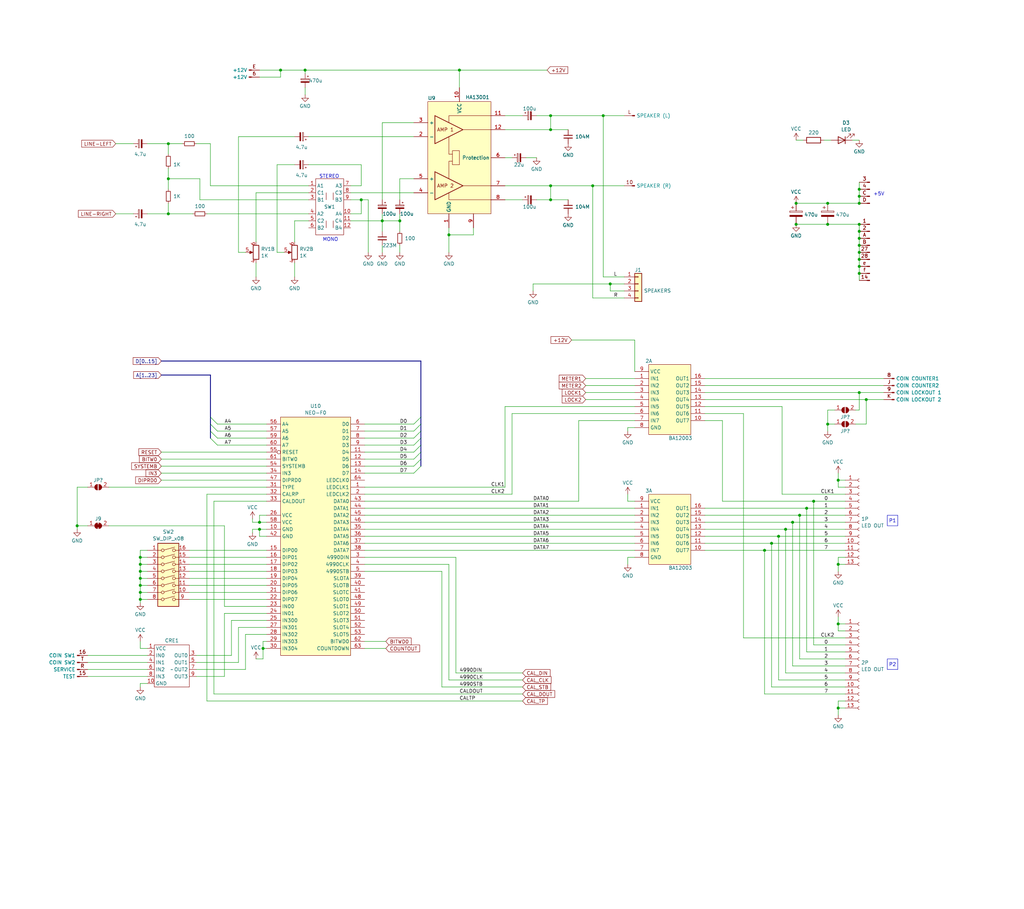
<source format=kicad_sch>
(kicad_sch (version 20230121) (generator eeschema)
  (paper "User" 370.815 329.362)
  (title_block (title "Power Amp. NEO-F0 - Dip Switch") (date "2023-08-15") (company "SNK") (comment 3 "Converted by Frater ") (comment 4 "NEO-GEO MVS MV1F") (comment 9 "https://github.com/Neo-Geo-Hardwares/Schematics-MV1F"))
  (junction (at 311.15 83.82))
  (junction (at 214.63 67.31))
  (junction (at 311.15 71.12))
  (junction (at 311.15 99.06))
  (junction (at 93.98 189.23))
  (junction (at 313.69 144.78))
  (junction (at 110.49 25.4))
  (junction (at 166.37 25.4))
  (junction (at 199.39 41.91))
  (junction (at 311.15 93.98))
  (junction (at 50.8 201.93))
  (junction (at 303.53 173.99))
  (junction (at 311.15 68.58))
  (junction (at 60.96 64.77))
  (junction (at 311.15 81.28))
  (junction (at 50.8 209.55))
  (junction (at 311.15 86.36))
  (junction (at 311.15 91.44))
  (junction (at 303.53 226.06))
  (junction (at 284.48 191.77))
  (junction (at 144.78 80.01))
  (junction (at 303.53 204.47))
  (junction (at 199.39 46.99))
  (junction (at 299.72 153.67))
  (junction (at 27.94 190.5))
  (junction (at 279.4 196.85))
  (junction (at 218.44 41.91))
  (junction (at 101.6 25.4))
  (junction (at 299.72 81.28))
  (junction (at 311.15 96.52))
  (junction (at 130.81 72.39))
  (junction (at 288.29 81.28))
  (junction (at 95.25 234.95))
  (junction (at 199.39 72.39))
  (junction (at 292.1 184.15))
  (junction (at 303.53 256.54))
  (junction (at 60.96 52.07))
  (junction (at 50.8 217.17))
  (junction (at 289.56 186.69))
  (junction (at 281.94 194.31))
  (junction (at 294.64 181.61))
  (junction (at 138.43 80.01))
  (junction (at 60.96 77.47))
  (junction (at 50.8 214.63))
  (junction (at 288.29 73.66))
  (junction (at 50.8 204.47))
  (junction (at 220.98 102.87))
  (junction (at 93.98 191.77))
  (junction (at 50.8 212.09))
  (junction (at 311.15 142.24))
  (junction (at 199.39 67.31))
  (junction (at 162.56 85.09))
  (junction (at 299.72 73.66))
  (junction (at 311.15 73.66))
  (junction (at 311.15 88.9))
  (junction (at 276.86 199.39))
  (junction (at 287.02 189.23))
  (junction (at 50.8 207.01))
  (bus_entry (at 152.4 158.75) (size -2.54 2.54))
  (bus_entry (at 76.2 158.75) (size 2.54 2.54))
  (bus_entry (at 152.4 168.91) (size -2.54 2.54))
  (bus_entry (at 152.4 163.83) (size -2.54 2.54))
  (bus_entry (at 152.4 166.37) (size -2.54 2.54))
  (bus_entry (at 152.4 156.21) (size -2.54 2.54))
  (bus_entry (at 152.4 161.29) (size -2.54 2.54))
  (bus_entry (at 152.4 153.67) (size -2.54 2.54))
  (bus_entry (at 76.2 151.13) (size 2.54 2.54))
  (bus_entry (at 76.2 153.67) (size 2.54 2.54))
  (bus_entry (at 76.2 156.21) (size 2.54 2.54))
  (bus_entry (at 152.4 151.13) (size -2.54 2.54))
  (wire (pts (xy 160.02 207.01) (xy 132.08 207.01)))
  (wire (pts (xy 276.86 199.39) (xy 306.07 199.39)))
  (wire (pts (xy 303.53 201.93) (xy 303.53 204.47)))
  (wire (pts (xy 311.15 83.82) (xy 311.15 86.36)))
  (wire (pts (xy 227.33 154.94) (xy 227.33 156.21)))
  (wire (pts (xy 303.53 254) (xy 303.53 256.54)))
  (wire (pts (xy 308.61 50.8) (xy 311.15 50.8)))
  (wire (pts (xy 166.37 25.4) (xy 198.12 25.4)))
  (wire (pts (xy 132.08 156.21) (xy 149.86 156.21)))
  (wire (pts (xy 50.8 214.63) (xy 53.34 214.63)))
  (wire (pts (xy 255.27 186.69) (xy 289.56 186.69)))
  (wire (pts (xy 255.27 191.77) (xy 284.48 191.77)))
  (wire (pts (xy 313.69 144.78) (xy 320.04 144.78)))
  (wire (pts (xy 166.37 25.4) (xy 166.37 31.75)))
  (wire (pts (xy 255.27 139.7) (xy 320.04 139.7)))
  (wire (pts (xy 281.94 194.31) (xy 306.07 194.31)))
  (wire (pts (xy 292.1 236.22) (xy 292.1 184.15)))
  (wire (pts (xy 311.15 148.59) (xy 311.15 142.24)))
  (wire (pts (xy 294.64 233.68) (xy 294.64 181.61)))
  (wire (pts (xy 220.98 102.87) (xy 193.04 102.87)))
  (wire (pts (xy 303.53 226.06) (xy 303.53 223.52)))
  (wire (pts (xy 218.44 100.33) (xy 218.44 41.91)))
  (wire (pts (xy 130.81 59.69) (xy 130.81 67.31)))
  (bus (pts (xy 152.4 161.29) (xy 152.4 163.83)))
  (wire (pts (xy 311.15 99.06) (xy 311.15 101.6)))
  (wire (pts (xy 78.74 161.29) (xy 96.52 161.29)))
  (wire (pts (xy 303.53 256.54) (xy 303.53 259.08)))
  (wire (pts (xy 255.27 147.32) (xy 283.21 147.32)))
  (wire (pts (xy 255.27 199.39) (xy 276.86 199.39)))
  (wire (pts (xy 74.93 179.07) (xy 96.52 179.07)))
  (bus (pts (xy 152.4 158.75) (xy 152.4 161.29)))
  (wire (pts (xy 81.28 245.11) (xy 81.28 222.25)))
  (wire (pts (xy 92.71 87.63) (xy 92.71 69.85)))
  (wire (pts (xy 182.88 67.31) (xy 199.39 67.31)))
  (wire (pts (xy 261.62 181.61) (xy 294.64 181.61)))
  (wire (pts (xy 189.23 243.84) (xy 165.1 243.84)))
  (wire (pts (xy 127 69.85) (xy 149.86 69.85)))
  (wire (pts (xy 132.08 153.67) (xy 149.86 153.67)))
  (wire (pts (xy 77.47 251.46) (xy 77.47 181.61)))
  (bus (pts (xy 152.4 151.13) (xy 152.4 153.67)))
  (wire (pts (xy 311.15 73.66) (xy 299.72 73.66)))
  (wire (pts (xy 41.91 77.47) (xy 48.26 77.47)))
  (wire (pts (xy 50.8 209.55) (xy 53.34 209.55)))
  (wire (pts (xy 189.23 248.92) (xy 160.02 248.92)))
  (wire (pts (xy 92.71 69.85) (xy 111.76 69.85)))
  (wire (pts (xy 283.21 147.32) (xy 283.21 179.07)))
  (bus (pts (xy 152.4 163.83) (xy 152.4 166.37)))
  (wire (pts (xy 303.53 204.47) (xy 303.53 207.01)))
  (wire (pts (xy 50.8 209.55) (xy 50.8 207.01)))
  (wire (pts (xy 182.88 176.53) (xy 132.08 176.53)))
  (wire (pts (xy 96.52 176.53) (xy 39.37 176.53)))
  (wire (pts (xy 182.88 72.39) (xy 189.23 72.39)))
  (wire (pts (xy 58.42 171.45) (xy 96.52 171.45)))
  (wire (pts (xy 50.8 204.47) (xy 53.34 204.47)))
  (wire (pts (xy 226.06 102.87) (xy 220.98 102.87)))
  (wire (pts (xy 60.96 77.47) (xy 69.85 77.47)))
  (wire (pts (xy 50.8 214.63) (xy 50.8 212.09)))
  (wire (pts (xy 74.93 77.47) (xy 111.76 77.47)))
  (wire (pts (xy 71.12 245.11) (xy 81.28 245.11)))
  (wire (pts (xy 58.42 168.91) (xy 96.52 168.91)))
  (wire (pts (xy 205.74 46.99) (xy 199.39 46.99)))
  (wire (pts (xy 226.06 67.31) (xy 214.63 67.31)))
  (wire (pts (xy 71.12 237.49) (xy 83.82 237.49)))
  (wire (pts (xy 144.78 72.39) (xy 144.78 64.77)))
  (wire (pts (xy 31.75 242.57) (xy 53.34 242.57)))
  (wire (pts (xy 53.34 234.95) (xy 50.8 234.95)))
  (wire (pts (xy 214.63 67.31) (xy 199.39 67.31)))
  (bus (pts (xy 152.4 156.21) (xy 152.4 158.75)))
  (wire (pts (xy 138.43 72.39) (xy 138.43 44.45)))
  (bus (pts (xy 152.4 130.81) (xy 152.4 151.13)))
  (wire (pts (xy 303.53 204.47) (xy 306.07 204.47)))
  (wire (pts (xy 132.08 199.39) (xy 229.87 199.39)))
  (wire (pts (xy 185.42 149.86) (xy 229.87 149.86)))
  (wire (pts (xy 68.58 209.55) (xy 96.52 209.55)))
  (wire (pts (xy 162.56 85.09) (xy 162.56 91.44)))
  (wire (pts (xy 50.8 218.44) (xy 50.8 217.17)))
  (wire (pts (xy 209.55 152.4) (xy 229.87 152.4)))
  (wire (pts (xy 111.76 49.53) (xy 149.86 49.53)))
  (wire (pts (xy 311.15 71.12) (xy 311.15 73.66)))
  (wire (pts (xy 193.04 102.87) (xy 193.04 105.41)))
  (wire (pts (xy 199.39 67.31) (xy 199.39 72.39)))
  (wire (pts (xy 205.74 72.39) (xy 199.39 72.39)))
  (wire (pts (xy 269.24 231.14) (xy 306.07 231.14)))
  (wire (pts (xy 309.88 148.59) (xy 311.15 148.59)))
  (wire (pts (xy 58.42 163.83) (xy 96.52 163.83)))
  (wire (pts (xy 93.98 25.4) (xy 101.6 25.4)))
  (bus (pts (xy 58.42 130.81) (xy 152.4 130.81)))
  (wire (pts (xy 283.21 179.07) (xy 306.07 179.07)))
  (wire (pts (xy 132.08 186.69) (xy 229.87 186.69)))
  (wire (pts (xy 299.72 153.67) (xy 299.72 156.21)))
  (wire (pts (xy 132.08 184.15) (xy 229.87 184.15)))
  (wire (pts (xy 229.87 123.19) (xy 229.87 134.62)))
  (wire (pts (xy 299.72 148.59) (xy 299.72 153.67)))
  (wire (pts (xy 311.15 81.28) (xy 311.15 83.82)))
  (wire (pts (xy 96.52 189.23) (xy 93.98 189.23)))
  (wire (pts (xy 132.08 189.23) (xy 229.87 189.23)))
  (wire (pts (xy 171.45 82.55) (xy 171.45 85.09)))
  (wire (pts (xy 199.39 41.91) (xy 218.44 41.91)))
  (wire (pts (xy 299.72 81.28) (xy 311.15 81.28)))
  (wire (pts (xy 214.63 107.95) (xy 214.63 67.31)))
  (wire (pts (xy 110.49 25.4) (xy 166.37 25.4)))
  (wire (pts (xy 93.98 189.23) (xy 91.44 189.23)))
  (wire (pts (xy 74.93 254) (xy 74.93 179.07)))
  (wire (pts (xy 127 80.01) (xy 138.43 80.01)))
  (wire (pts (xy 83.82 224.79) (xy 96.52 224.79)))
  (wire (pts (xy 218.44 41.91) (xy 226.06 41.91)))
  (wire (pts (xy 93.98 194.31) (xy 93.98 191.77)))
  (wire (pts (xy 78.74 153.67) (xy 96.52 153.67)))
  (wire (pts (xy 78.74 156.21) (xy 96.52 156.21)))
  (wire (pts (xy 72.39 72.39) (xy 72.39 64.77)))
  (wire (pts (xy 58.42 173.99) (xy 96.52 173.99)))
  (wire (pts (xy 96.52 191.77) (xy 93.98 191.77)))
  (wire (pts (xy 68.58 217.17) (xy 96.52 217.17)))
  (wire (pts (xy 106.68 87.63) (xy 106.68 80.01)))
  (wire (pts (xy 165.1 243.84) (xy 165.1 201.93)))
  (wire (pts (xy 306.07 233.68) (xy 294.64 233.68)))
  (wire (pts (xy 171.45 85.09) (xy 162.56 85.09)))
  (wire (pts (xy 207.01 123.19) (xy 229.87 123.19)))
  (wire (pts (xy 182.88 41.91) (xy 189.23 41.91)))
  (wire (pts (xy 58.42 166.37) (xy 96.52 166.37)))
  (wire (pts (xy 292.1 184.15) (xy 306.07 184.15)))
  (wire (pts (xy 311.15 68.58) (xy 311.15 71.12)))
  (wire (pts (xy 71.12 52.07) (xy 76.2 52.07)))
  (wire (pts (xy 106.68 80.01) (xy 111.76 80.01)))
  (wire (pts (xy 132.08 158.75) (xy 149.86 158.75)))
  (wire (pts (xy 93.98 186.69) (xy 93.98 189.23)))
  (wire (pts (xy 189.23 254) (xy 74.93 254)))
  (wire (pts (xy 60.96 64.77) (xy 60.96 68.58)))
  (wire (pts (xy 298.45 50.8) (xy 300.99 50.8)))
  (wire (pts (xy 284.48 243.84) (xy 284.48 191.77)))
  (wire (pts (xy 50.8 217.17) (xy 50.8 214.63)))
  (wire (pts (xy 50.8 234.95) (xy 50.8 232.41)))
  (wire (pts (xy 132.08 166.37) (xy 149.86 166.37)))
  (wire (pts (xy 68.58 199.39) (xy 96.52 199.39)))
  (wire (pts (xy 96.52 232.41) (xy 95.25 232.41)))
  (wire (pts (xy 311.15 88.9) (xy 311.15 91.44)))
  (wire (pts (xy 199.39 41.91) (xy 194.31 41.91)))
  (wire (pts (xy 199.39 72.39) (xy 194.31 72.39)))
  (wire (pts (xy 138.43 44.45) (xy 149.86 44.45)))
  (wire (pts (xy 78.74 158.75) (xy 96.52 158.75)))
  (wire (pts (xy 287.02 241.3) (xy 287.02 189.23)))
  (wire (pts (xy 39.37 190.5) (xy 81.28 190.5)))
  (wire (pts (xy 255.27 194.31) (xy 281.94 194.31)))
  (wire (pts (xy 189.23 251.46) (xy 77.47 251.46)))
  (wire (pts (xy 144.78 77.47) (xy 144.78 80.01)))
  (wire (pts (xy 27.94 190.5) (xy 31.75 190.5)))
  (wire (pts (xy 144.78 88.9) (xy 144.78 91.44)))
  (wire (pts (xy 189.23 246.38) (xy 162.56 246.38)))
  (wire (pts (xy 303.53 228.6) (xy 303.53 226.06)))
  (wire (pts (xy 50.8 207.01) (xy 50.8 204.47)))
  (wire (pts (xy 60.96 52.07) (xy 66.04 52.07)))
  (wire (pts (xy 68.58 214.63) (xy 96.52 214.63)))
  (wire (pts (xy 132.08 232.41) (xy 139.7 232.41)))
  (wire (pts (xy 68.58 207.01) (xy 96.52 207.01)))
  (wire (pts (xy 102.87 91.44) (xy 100.33 91.44)))
  (wire (pts (xy 227.33 179.07) (xy 227.33 181.61)))
  (wire (pts (xy 212.09 137.16) (xy 229.87 137.16)))
  (wire (pts (xy 160.02 248.92) (xy 160.02 207.01)))
  (wire (pts (xy 68.58 201.93) (xy 96.52 201.93)))
  (wire (pts (xy 311.15 91.44) (xy 311.15 93.98)))
  (wire (pts (xy 31.75 245.11) (xy 53.34 245.11)))
  (wire (pts (xy 76.2 52.07) (xy 76.2 67.31)))
  (wire (pts (xy 100.33 91.44) (xy 100.33 59.69)))
  (wire (pts (xy 41.91 52.07) (xy 48.26 52.07)))
  (wire (pts (xy 306.07 248.92) (xy 279.4 248.92)))
  (wire (pts (xy 110.49 25.4) (xy 110.49 26.67)))
  (wire (pts (xy 255.27 189.23) (xy 287.02 189.23)))
  (wire (pts (xy 127 72.39) (xy 130.81 72.39)))
  (wire (pts (xy 190.5 57.15) (xy 194.31 57.15)))
  (wire (pts (xy 53.34 247.65) (xy 50.8 247.65)))
  (wire (pts (xy 110.49 31.75) (xy 110.49 34.29)))
  (wire (pts (xy 88.9 242.57) (xy 88.9 229.87)))
  (wire (pts (xy 76.2 67.31) (xy 111.76 67.31)))
  (wire (pts (xy 86.36 91.44) (xy 86.36 49.53)))
  (wire (pts (xy 255.27 137.16) (xy 320.04 137.16)))
  (bus (pts (xy 76.2 151.13) (xy 76.2 153.67)))
  (wire (pts (xy 309.88 153.67) (xy 313.69 153.67)))
  (wire (pts (xy 303.53 226.06) (xy 306.07 226.06)))
  (wire (pts (xy 95.25 234.95) (xy 95.25 238.76)))
  (wire (pts (xy 91.44 191.77) (xy 91.44 193.04)))
  (wire (pts (xy 100.33 59.69) (xy 106.68 59.69)))
  (wire (pts (xy 182.88 147.32) (xy 229.87 147.32)))
  (wire (pts (xy 306.07 241.3) (xy 287.02 241.3)))
  (wire (pts (xy 77.47 181.61) (xy 96.52 181.61)))
  (wire (pts (xy 91.44 189.23) (xy 91.44 187.96)))
  (wire (pts (xy 212.09 144.78) (xy 229.87 144.78)))
  (wire (pts (xy 303.53 173.99) (xy 306.07 173.99)))
  (wire (pts (xy 288.29 50.8) (xy 290.83 50.8)))
  (bus (pts (xy 152.4 153.67) (xy 152.4 156.21)))
  (wire (pts (xy 132.08 196.85) (xy 229.87 196.85)))
  (wire (pts (xy 144.78 64.77) (xy 149.86 64.77)))
  (wire (pts (xy 185.42 179.07) (xy 132.08 179.07)))
  (wire (pts (xy 287.02 189.23) (xy 306.07 189.23)))
  (wire (pts (xy 138.43 88.9) (xy 138.43 91.44)))
  (wire (pts (xy 60.96 60.96) (xy 60.96 64.77)))
  (wire (pts (xy 50.8 201.93) (xy 50.8 199.39)))
  (wire (pts (xy 138.43 77.47) (xy 138.43 80.01)))
  (wire (pts (xy 306.07 243.84) (xy 284.48 243.84)))
  (wire (pts (xy 86.36 49.53) (xy 106.68 49.53)))
  (wire (pts (xy 311.15 86.36) (xy 311.15 88.9)))
  (wire (pts (xy 311.15 142.24) (xy 320.04 142.24)))
  (wire (pts (xy 96.52 186.69) (xy 93.98 186.69)))
  (wire (pts (xy 88.9 229.87) (xy 96.52 229.87)))
  (wire (pts (xy 255.27 149.86) (xy 269.24 149.86)))
  (bus (pts (xy 76.2 153.67) (xy 76.2 156.21)))
  (wire (pts (xy 279.4 248.92) (xy 279.4 196.85)))
  (wire (pts (xy 212.09 139.7) (xy 229.87 139.7)))
  (wire (pts (xy 227.33 181.61) (xy 229.87 181.61)))
  (wire (pts (xy 68.58 204.47) (xy 96.52 204.47)))
  (wire (pts (xy 31.75 237.49) (xy 53.34 237.49)))
  (wire (pts (xy 311.15 96.52) (xy 311.15 99.06)))
  (wire (pts (xy 132.08 171.45) (xy 149.86 171.45)))
  (wire (pts (xy 71.12 240.03) (xy 86.36 240.03)))
  (wire (pts (xy 138.43 80.01) (xy 138.43 83.82)))
  (wire (pts (xy 130.81 72.39) (xy 133.35 72.39)))
  (wire (pts (xy 165.1 201.93) (xy 132.08 201.93)))
  (wire (pts (xy 276.86 251.46) (xy 276.86 199.39)))
  (wire (pts (xy 81.28 190.5) (xy 81.28 219.71)))
  (wire (pts (xy 255.27 142.24) (xy 311.15 142.24)))
  (wire (pts (xy 311.15 66.04) (xy 311.15 68.58)))
  (wire (pts (xy 93.98 27.94) (xy 101.6 27.94)))
  (wire (pts (xy 229.87 154.94) (xy 227.33 154.94)))
  (wire (pts (xy 199.39 46.99) (xy 199.39 41.91)))
  (wire (pts (xy 226.06 105.41) (xy 220.98 105.41)))
  (bus (pts (xy 76.2 135.89) (xy 76.2 151.13)))
  (wire (pts (xy 182.88 147.32) (xy 182.88 176.53)))
  (wire (pts (xy 83.82 237.49) (xy 83.82 224.79)))
  (wire (pts (xy 53.34 77.47) (xy 60.96 77.47)))
  (wire (pts (xy 261.62 152.4) (xy 261.62 181.61)))
  (wire (pts (xy 281.94 246.38) (xy 281.94 194.31)))
  (wire (pts (xy 269.24 149.86) (xy 269.24 231.14)))
  (wire (pts (xy 303.53 176.53) (xy 303.53 173.99)))
  (wire (pts (xy 127 77.47) (xy 130.81 77.47)))
  (wire (pts (xy 60.96 52.07) (xy 60.96 55.88)))
  (wire (pts (xy 144.78 80.01) (xy 138.43 80.01)))
  (wire (pts (xy 162.56 246.38) (xy 162.56 204.47)))
  (wire (pts (xy 86.36 227.33) (xy 96.52 227.33)))
  (wire (pts (xy 50.8 204.47) (xy 50.8 201.93)))
  (wire (pts (xy 306.07 236.22) (xy 292.1 236.22)))
  (wire (pts (xy 294.64 181.61) (xy 306.07 181.61)))
  (wire (pts (xy 311.15 93.98) (xy 311.15 96.52)))
  (wire (pts (xy 220.98 105.41) (xy 220.98 102.87)))
  (wire (pts (xy 289.56 186.69) (xy 306.07 186.69)))
  (wire (pts (xy 162.56 204.47) (xy 132.08 204.47)))
  (wire (pts (xy 306.07 254) (xy 303.53 254)))
  (wire (pts (xy 50.8 212.09) (xy 50.8 209.55)))
  (wire (pts (xy 133.35 72.39) (xy 133.35 91.44)))
  (wire (pts (xy 130.81 67.31) (xy 127 67.31)))
  (wire (pts (xy 209.55 152.4) (xy 209.55 181.61)))
  (bus (pts (xy 58.42 135.89) (xy 76.2 135.89)))
  (wire (pts (xy 255.27 152.4) (xy 261.62 152.4)))
  (wire (pts (xy 86.36 240.03) (xy 86.36 227.33)))
  (wire (pts (xy 72.39 64.77) (xy 60.96 64.77)))
  (wire (pts (xy 255.27 144.78) (xy 313.69 144.78)))
  (wire (pts (xy 95.25 238.76) (xy 92.71 238.76)))
  (wire (pts (xy 50.8 201.93) (xy 53.34 201.93)))
  (wire (pts (xy 306.07 176.53) (xy 303.53 176.53)))
  (wire (pts (xy 306.07 251.46) (xy 276.86 251.46)))
  (wire (pts (xy 288.29 73.66) (xy 299.72 73.66)))
  (wire (pts (xy 53.34 52.07) (xy 60.96 52.07)))
  (wire (pts (xy 288.29 81.28) (xy 299.72 81.28)))
  (wire (pts (xy 27.94 176.53) (xy 31.75 176.53)))
  (wire (pts (xy 92.71 95.25) (xy 92.71 100.33)))
  (wire (pts (xy 71.12 242.57) (xy 88.9 242.57)))
  (wire (pts (xy 50.8 212.09) (xy 53.34 212.09)))
  (wire (pts (xy 303.53 256.54) (xy 306.07 256.54)))
  (wire (pts (xy 227.33 201.93) (xy 227.33 204.47)))
  (wire (pts (xy 132.08 181.61) (xy 209.55 181.61)))
  (wire (pts (xy 303.53 173.99) (xy 303.53 171.45)))
  (wire (pts (xy 255.27 184.15) (xy 292.1 184.15)))
  (wire (pts (xy 182.88 46.99) (xy 199.39 46.99)))
  (wire (pts (xy 93.98 191.77) (xy 91.44 191.77)))
  (wire (pts (xy 306.07 246.38) (xy 281.94 246.38)))
  (wire (pts (xy 101.6 25.4) (xy 110.49 25.4)))
  (wire (pts (xy 95.25 234.95) (xy 96.52 234.95)))
  (wire (pts (xy 50.8 217.17) (xy 53.34 217.17)))
  (wire (pts (xy 50.8 207.01) (xy 53.34 207.01)))
  (wire (pts (xy 132.08 168.91) (xy 149.86 168.91)))
  (wire (pts (xy 284.48 191.77) (xy 306.07 191.77)))
  (wire (pts (xy 132.08 161.29) (xy 149.86 161.29)))
  (wire (pts (xy 132.08 191.77) (xy 229.87 191.77)))
  (wire (pts (xy 279.4 196.85) (xy 306.07 196.85)))
  (wire (pts (xy 68.58 212.09) (xy 96.52 212.09)))
  (wire (pts (xy 306.07 238.76) (xy 289.56 238.76)))
  (wire (pts (xy 50.8 247.65) (xy 50.8 248.92)))
  (wire (pts (xy 299.72 153.67) (xy 302.26 153.67)))
  (wire (pts (xy 185.42 149.86) (xy 185.42 179.07)))
  (wire (pts (xy 289.56 238.76) (xy 289.56 186.69)))
  (wire (pts (xy 144.78 80.01) (xy 144.78 83.82)))
  (wire (pts (xy 212.09 142.24) (xy 229.87 142.24)))
  (wire (pts (xy 132.08 163.83) (xy 149.86 163.83)))
  (wire (pts (xy 81.28 219.71) (xy 96.52 219.71)))
  (wire (pts (xy 162.56 85.09) (xy 162.56 82.55)))
  (wire (pts (xy 255.27 196.85) (xy 279.4 196.85)))
  (wire (pts (xy 306.07 228.6) (xy 303.53 228.6)))
  (wire (pts (xy 226.06 100.33) (xy 218.44 100.33)))
  (wire (pts (xy 132.08 194.31) (xy 229.87 194.31)))
  (bus (pts (xy 76.2 156.21) (xy 76.2 158.75)))
  (wire (pts (xy 27.94 190.5) (xy 27.94 176.53)))
  (bus (pts (xy 152.4 166.37) (xy 152.4 168.91)))
  (wire (pts (xy 229.87 201.93) (xy 227.33 201.93)))
  (wire (pts (xy 111.76 59.69) (xy 130.81 59.69)))
  (wire (pts (xy 226.06 107.95) (xy 214.63 107.95)))
  (wire (pts (xy 132.08 234.95) (xy 139.7 234.95)))
  (wire (pts (xy 27.94 190.5) (xy 27.94 191.77)))
  (wire (pts (xy 50.8 199.39) (xy 53.34 199.39)))
  (wire (pts (xy 306.07 201.93) (xy 303.53 201.93)))
  (wire (pts (xy 182.88 57.15) (xy 185.42 57.15)))
  (wire (pts (xy 60.96 73.66) (xy 60.96 77.47)))
  (wire (pts (xy 106.68 95.25) (xy 106.68 100.33)))
  (wire (pts (xy 95.25 232.41) (xy 95.25 234.95)))
  (wire (pts (xy 88.9 91.44) (xy 86.36 91.44)))
  (wire (pts (xy 302.26 148.59) (xy 299.72 148.59)))
  (wire (pts (xy 96.52 194.31) (xy 93.98 194.31)))
  (wire (pts (xy 81.28 222.25) (xy 96.52 222.25)))
  (wire (pts (xy 313.69 153.67) (xy 313.69 144.78)))
  (wire (pts (xy 101.6 27.94) (xy 101.6 25.4)))
  (wire (pts (xy 31.75 240.03) (xy 53.34 240.03)))
  (wire (pts (xy 130.81 77.47) (xy 130.81 72.39)))
  (wire (pts (xy 72.39 72.39) (xy 111.76 72.39)))
  (text_box "P2\n" (at 321.31 238.76 0) (size 3.81 3.81) (effects (font (size 1.27 1.27))))
  (text_box "P1\n" (at 321.31 186.69 0) (size 3.81 3.81) (effects (font (size 1.27 1.27))))
  (text "+5V" (at 316.23 71.12 0) (effects (font (size 1.27 1.27)) (justify left bottom)))
  (text "STEREO" (at 115.57 64.77 0) (effects (font (size 1.27 1.27)) (justify left bottom)))
  (text "MONO" (at 116.84 87.63 0) (effects (font (size 1.27 1.27)) (justify left bottom)))
  (label "D3" (at 144.78 161.29 0))
  (label "L" (at 222.25 100.33 0))
  (label "DATA7" (at 193.04 199.39 0))
  (label "4990CLK" (at 166.37 246.38 0))
  (label "3" (at 298.45 241.3 0))
  (label "D0" (at 144.78 153.67 0))
  (label "D7" (at 144.78 171.45 0))
  (label "CALTP" (at 166.37 254 0))
  (label "CLK2" (at 297.18 231.14 0))
  (label "D5" (at 144.78 166.37 0))
  (label "DATA5" (at 193.04 194.31 0))
  (label "4" (at 298.45 243.84 0))
  (label "2" (at 298.45 186.69 0))
  (label "0" (at 298.45 233.68 0))
  (label "0" (at 298.45 181.61 0))
  (label "CLK2" (at 177.8 179.07 0))
  (label "5" (at 298.45 246.38 0))
  (label "7" (at 298.45 251.46 0))
  (label "4990STB" (at 166.37 248.92 0))
  (label "A6" (at 81.28 158.75 0))
  (label "7" (at 298.45 199.39 0))
  (label "DATA1" (at 193.04 184.15 0))
  (label "CLK1" (at 297.18 179.07 0))
  (label "4990DIN" (at 166.37 243.84 0))
  (label "D2" (at 144.78 158.75 0))
  (label "6" (at 298.45 196.85 0))
  (label "6" (at 298.45 248.92 0))
  (label "4" (at 298.45 191.77 0))
  (label "5" (at 298.45 194.31 0))
  (label "A4" (at 81.28 153.67 0))
  (label "D1" (at 144.78 156.21 0))
  (label "DATA4" (at 193.04 191.77 0))
  (label "1" (at 298.45 236.22 0))
  (label "DATA6" (at 193.04 196.85 0))
  (label "2" (at 298.45 238.76 0))
  (label "DATA3" (at 193.04 189.23 0))
  (label "D6" (at 144.78 168.91 0))
  (label "DATA2" (at 193.04 186.69 0))
  (label "3" (at 298.45 189.23 0))
  (label "CLK1" (at 177.8 176.53 0))
  (label "CALDOUT" (at 166.37 251.46 0))
  (label "A5" (at 81.28 156.21 0))
  (label "DATA0" (at 193.04 181.61 0))
  (label "D4" (at 144.78 163.83 0))
  (label "R" (at 222.25 107.95 0))
  (label "A7" (at 81.28 161.29 0))
  (label "1" (at 298.45 184.15 0))
  (global_label "METER2" (shape input) (at 212.09 139.7 180) (property "Intersheetrefs" "${INTERSHEET_REFS}" (at 201.9083 139.7 0) (effects (justify right))))
  (global_label "CAL_DOUT" (shape input) (at 189.23 251.46 0) (property "Intersheetrefs" "${INTERSHEET_REFS}" (at 201.4681 251.46 0) (effects (justify left))))
  (global_label "RESET" (shape input) (at 58.42 163.83 180) (property "Intersheetrefs" "${INTERSHEET_REFS}" (at 49.6897 163.83 0) (effects (justify right))))
  (global_label "SYSTEMB" (shape input) (at 58.42 168.91 180) (property "Intersheetrefs" "${INTERSHEET_REFS}" (at 47.2101 168.91 0) (effects (justify right))))
  (global_label "D[0..15]" (shape input) (at 58.42 130.81 180) (property "Intersheetrefs" "${INTERSHEET_REFS}" (at 47.6333 130.81 0) (effects (justify right))))
  (global_label "LINE-LEFT" (shape input) (at 41.91 52.07 180) (property "Intersheetrefs" "${INTERSHEET_REFS}" (at 29.0067 52.07 0) (effects (justify right))))
  (global_label "+12V" (shape input) (at 207.01 123.19 180) (property "Intersheetrefs" "${INTERSHEET_REFS}" (at 198.9448 123.19 0) (effects (justify right))))
  (global_label "CAL_CLK" (shape input) (at 189.23 246.38 0) (property "Intersheetrefs" "${INTERSHEET_REFS}" (at 200.1376 246.38 0) (effects (justify left))))
  (global_label "CAL_STB" (shape input) (at 189.23 248.92 0) (property "Intersheetrefs" "${INTERSHEET_REFS}" (at 200.0166 248.92 0) (effects (justify left))))
  (global_label "LINE-RIGHT" (shape input) (at 41.91 77.47 180) (property "Intersheetrefs" "${INTERSHEET_REFS}" (at 27.7971 77.47 0) (effects (justify right))))
  (global_label "A[1..23]" (shape input) (at 58.42 135.89 180) (property "Intersheetrefs" "${INTERSHEET_REFS}" (at 47.8147 135.89 0) (effects (justify right))))
  (global_label "CAL_DIN" (shape input) (at 189.23 243.84 0) (property "Intersheetrefs" "${INTERSHEET_REFS}" (at 199.7748 243.84 0) (effects (justify left))))
  (global_label "CAL_TP" (shape input) (at 189.23 254 0) (property "Intersheetrefs" "${INTERSHEET_REFS}" (at 198.8071 254 0) (effects (justify left))))
  (global_label "BITWD0" (shape input) (at 139.7 232.41 0) (property "Intersheetrefs" "${INTERSHEET_REFS}" (at 149.4585 232.41 0) (effects (justify left))))
  (global_label "METER1" (shape input) (at 212.09 137.16 180) (property "Intersheetrefs" "${INTERSHEET_REFS}" (at 201.9083 137.16 0) (effects (justify right))))
  (global_label "COUNTOUT" (shape input) (at 139.7 234.95 0) (property "Intersheetrefs" "${INTERSHEET_REFS}" (at 152.5429 234.95 0) (effects (justify left))))
  (global_label "LOCK1" (shape input) (at 212.09 142.24 180) (property "Intersheetrefs" "${INTERSHEET_REFS}" (at 202.9967 142.24 0) (effects (justify right))))
  (global_label "LOCK2" (shape input) (at 212.09 144.78 180) (property "Intersheetrefs" "${INTERSHEET_REFS}" (at 202.9967 144.78 0) (effects (justify right))))
  (global_label "BITW0" (shape input) (at 58.42 166.37 180) (property "Intersheetrefs" "${INTERSHEET_REFS}" (at 49.9315 166.37 0) (effects (justify right))))
  (global_label "+12V" (shape input) (at 198.12 25.4 0) (property "Intersheetrefs" "${INTERSHEET_REFS}" (at 206.1852 25.4 0) (effects (justify left))))
  (global_label "IN3" (shape input) (at 58.42 171.45 180) (property "Intersheetrefs" "${INTERSHEET_REFS}" (at 52.29 171.45 0) (effects (justify right))))
  (global_label "DIPRD0" (shape input) (at 58.42 173.99 180) (property "Intersheetrefs" "${INTERSHEET_REFS}" (at 48.5405 173.99 0) (effects (justify right))))
  (symbol (lib_id "0-Custom-SNK:JAMMA_PAD") (at 226.06 41.91 0) (unit 1)
    (property "Reference" "JAMMA16" (effects hide))
    (property "JAMMA_PIN" "L" (at 227.965 40.64 0))
    (property "JAMMA_DESC" "SPEAKER (L)" (at 230.505 41.91 0) (effects (justify left)))
  )
  (symbol (lib_id "0-Custom-SNK:JAMMA_PAD") (at 31.75 242.57 0) (mirror y) (unit 1)
    (property "Reference" "JAMMA14" (effects hide))
    (property "JAMMA_PIN" "R" (at 29.845 241.3 0))
    (property "JAMMA_DESC" "SERVICE" (at 27.305 242.57 0) (effects (justify left)))
  )
  (symbol (lib_id "Connector:Conn_01x13_Socket") (at 311.15 189.23 0) (unit 1)
    (property "Reference" "1P" (at 311.8612 188.0179 0) (effects (justify left)))
    (property "Value" "LED OUT" (at 311.8612 190.4421 0) (effects (justify left)))
  )
  (symbol (lib_id "power:GND") (at 91.44 193.04 0) (unit 1)
    (property "Reference" "#PWR0120" (effects hide))
    (property "Value" "GND" (at 91.44 197.1731 0))
  )
  (symbol (lib_id "0-Custom-SNK:JAMMA_PAD") (at 93.98 27.94 0) (mirror y) (unit 1)
    (property "Reference" "JAMMA9" (effects hide))
    (property "JAMMA_PIN" "6" (at 92.075 26.67 0))
    (property "JAMMA_DESC" "+12V" (at 89.535 27.94 0) (effects (justify left)))
  )
  (symbol (lib_id "Device:C_Polarized_Small") (at 191.77 41.91 90) (mirror x) (unit 1)
    (property "Reference" "C43" (effects hide))
    (property "Value" "100u" (at 191.77 39.37 90))
  )
  (symbol (lib_id "0-Custom-SNK:JAMMA_PAD") (at 311.15 101.6 0) (unit 1)
    (property "Reference" "JAMMA25" (effects hide))
    (property "JAMMA_PIN" "14" (at 313.055 100.33 0))
    (property "JAMMA_DESC" "GND" (effects hide))
  )
  (symbol (lib_id "power:GND") (at 133.35 91.44 0) (unit 1)
    (property "Reference" "#PWR0110" (effects hide))
    (property "Value" "GND" (at 133.35 95.5731 0))
  )
  (symbol (lib_id "0-Custom-SNK:JAMMA_PAD") (at 31.75 240.03 0) (mirror y) (unit 1)
    (property "Reference" "JAMMA13" (effects hide))
    (property "JAMMA_PIN" "T" (at 29.845 238.76 0))
    (property "JAMMA_DESC" "COIN SW2" (at 27.305 240.03 0) (effects (justify left)))
  )
  (symbol (lib_id "Device:R_Small") (at 60.96 58.42 0) (unit 1)
    (property "Reference" "R41" (effects hide))
    (property "Value" "1K" (at 62.738 59.6321 0) (effects (justify left)))
  )
  (symbol (lib_id "Device:R") (at 294.64 50.8 270) (unit 1)
    (property "Reference" "R46" (effects hide))
    (property "Value" "220" (at 294.64 48.0639 90))
  )
  (symbol (lib_id "0-Custom-SNK:JAMMA_PAD") (at 311.15 73.66 0) (unit 1)
    (property "Reference" "JAMMA21" (effects hide))
    (property "JAMMA_PIN" "D" (at 313.055 72.39 0))
    (property "JAMMA_DESC" "+5V" (effects hide))
  )
  (symbol (lib_id "power:GND") (at 144.78 91.44 0) (unit 1)
    (property "Reference" "#PWR0113" (effects hide))
    (property "Value" "GND" (at 144.78 95.5731 0))
  )
  (symbol (lib_id "0-Custom-SNK:JAMMA_PAD") (at 226.06 67.31 0) (unit 1)
    (property "Reference" "JAMMA8" (effects hide))
    (property "JAMMA_PIN" "10" (at 227.965 66.04 0))
    (property "JAMMA_DESC" "SPEAKER (R)" (at 230.505 67.31 0) (effects (justify left)))
  )
  (symbol (lib_id "Device:C_Polarized_Small") (at 50.8 77.47 90) (unit 1)
    (property "Reference" "C35" (effects hide))
    (property "Value" "4.7u" (at 50.8 81.28 90))
  )
  (symbol (lib_id "Device:R_Small") (at 60.96 71.12 180) (unit 1)
    (property "Reference" "R43" (effects hide))
    (property "Value" "1K" (at 62.738 71.12 0) (effects (justify right)))
  )
  (symbol (lib_id "power:GND") (at 106.68 100.33 0) (unit 1)
    (property "Reference" "#PWR0109" (effects hide))
    (property "Value" "GND" (at 106.68 104.4631 0))
  )
  (symbol (lib_id "0-Custom-SNK:JAMMA_PAD") (at 311.15 86.36 0) (unit 1)
    (property "Reference" "JAMMA26" (effects hide))
    (property "JAMMA_PIN" "A" (at 313.055 85.09 0))
    (property "JAMMA_DESC" "GND" (effects hide))
  )
  (symbol (lib_id "Device:C_Polarized_Small") (at 110.49 29.21 0) (mirror y) (unit 1)
    (property "Reference" "C41" (effects hide))
    (property "Value" "470u" (at 114.3 29.21 0))
  )
  (symbol (lib_id "0-Custom-SNK:JAMMA_PAD") (at 320.04 144.78 0) (unit 1)
    (property "Reference" "JAMMA17" (effects hide))
    (property "JAMMA_PIN" "K" (at 321.945 143.51 0))
    (property "JAMMA_DESC" "COIN LOCKOUT 2" (at 324.485 144.78 0) (effects (justify left)))
  )
  (symbol (lib_id "Device:C_Polarized_Small") (at 109.22 49.53 270) (mirror x) (unit 1)
    (property "Reference" "C37" (effects hide))
    (property "Value" "4.7u" (at 109.22 53.34 90))
  )
  (symbol (lib_id "0-Custom-SNK:NEO-F0") (at 114.3 194.31 0) (unit 1)
    (property "Reference" "U10" (at 114.3 147.1127 0))
    (property "Value" "NEO-F0" (at 114.3 149.5369 0))
  )
  (symbol (lib_id "0-Custom-SNK:JAMMA_PAD") (at 311.15 83.82 0) (unit 1)
    (property "Reference" "JAMMA23" (effects hide))
    (property "JAMMA_PIN" "2" (at 313.055 82.55 0))
    (property "JAMMA_DESC" "GND" (effects hide))
  )
  (symbol (lib_name "JAMMA_PAD_1") (lib_id "0-Custom-SNK:JAMMA_PAD") (at 320.04 137.16 0) (unit 1)
    (property "Reference" "JAMMA11" (effects hide))
    (property "JAMMA_PIN" "8" (at 321.945 135.89 0))
    (property "JAMMA_DESC" "COIN COUNTER1" (at 324.485 137.16 0) (effects (justify left)))
  )
  (symbol (lib_id "power:GND") (at 311.15 50.8 0) (unit 1)
    (property "Reference" "#PWR0136" (effects hide))
    (property "Value" "GND" (at 311.15 54.9331 0))
  )
  (symbol (lib_id "power:GND") (at 205.74 52.07 0) (unit 1)
    (property "Reference" "#PWR0115" (effects hide))
    (property "Value" "GND" (at 205.74 56.2031 0))
  )
  (symbol (lib_id "power:GND") (at 194.31 57.15 0) (unit 1)
    (property "Reference" "#PWR0117" (effects hide))
    (property "Value" "GND" (at 194.31 61.2831 0))
  )
  (symbol (lib_id "power:VCC") (at 227.33 179.07 0) (unit 1)
    (property "Reference" "#PWR0128" (effects hide))
    (property "Value" "VCC" (at 227.33 174.9369 0))
  )
  (symbol (lib_id "Jumper:SolderJumper_2_Open") (at 306.07 148.59 0) (unit 1)
    (property "Reference" "JP?" (at 306.07 151.13 0))
    (instances (project "MVS" (path "" (reference "JP?") (unit 1)) (path "" (reference "JP2") (unit 1)) (path "" (reference "JP7") (unit 1))))
  )
  (symbol (lib_id "Device:C_Polarized_Small") (at 144.78 74.93 0) (mirror y) (unit 1)
    (property "Reference" "C39" (effects hide))
    (property "Value" "100u" (at 147.32 77.47 0))
  )
  (symbol (lib_id "0-Custom-SNK:JAMMA_PAD") (at 320.04 142.24 0) (unit 1)
    (property "Reference" "JAMMA7" (effects hide))
    (property "JAMMA_PIN" "9" (at 321.945 140.97 0))
    (property "JAMMA_DESC" "COIN LOCKOUT 1" (at 324.485 142.24 0) (effects (justify left)))
  )
  (symbol (lib_id "power:GND") (at 193.04 105.41 0) (unit 1)
    (property "Reference" "#PWR0118" (effects hide))
    (property "Value" "GND" (at 193.04 109.5431 0))
  )
  (symbol (lib_id "power:GND") (at 205.74 77.47 0) (unit 1)
    (property "Reference" "#PWR0116" (effects hide))
    (property "Value" "GND" (at 205.74 81.6031 0))
  )
  (symbol (lib_id "power:VCC") (at 288.29 50.8 0) (unit 1)
    (property "Reference" "#PWR0134" (effects hide))
    (property "Value" "VCC" (at 288.29 46.6669 0))
  )
  (symbol (lib_id "power:GND") (at 288.29 81.28 0) (unit 1)
    (property "Reference" "#PWR0137" (effects hide))
    (property "Value" "GND" (at 288.29 85.4131 0))
  )
  (symbol (lib_id "power:GND") (at 27.94 191.77 0) (unit 1)
    (property "Reference" "#PWR0119" (effects hide))
    (property "Value" "GND" (at 27.94 195.9031 0))
  )
  (symbol (lib_id "0-Custom-SNK:JAMMA_PAD") (at 93.98 25.4 0) (mirror y) (unit 1)
    (property "Reference" "JAMMA10" (effects hide))
    (property "JAMMA_PIN" "E" (at 92.075 24.13 0))
    (property "JAMMA_DESC" "+12V" (at 89.535 25.4 0) (effects (justify left)))
  )
  (symbol (lib_id "0-Custom-SNK:JAMMA_PAD") (at 311.15 88.9 0) (unit 1)
    (property "Reference" "JAMMA24" (effects hide))
    (property "JAMMA_PIN" "B" (at 313.055 87.63 0))
    (property "JAMMA_DESC" "GND" (effects hide))
  )
  (symbol (lib_id "0-Custom-SNK:JAMMA_PAD") (at 311.15 99.06 0) (unit 1)
    (property "Reference" "JAMMA30" (effects hide))
    (property "JAMMA_PIN" "f" (at 313.055 97.79 0))
    (property "JAMMA_DESC" "GND" (effects hide))
  )
  (symbol (lib_id "power:GND") (at 299.72 156.21 0) (unit 1)
    (property "Reference" "#PWR0129" (effects hide))
    (property "Value" "GND" (at 299.72 160.3431 0))
  )
  (symbol (lib_id "0-Custom-SNK:SW_Slider_4x2") (at 119.38 74.93 0) (unit 1)
    (property "Reference" "SW1" (at 119.38 74.93 0))
    (property "Value" "~" (at 119.38 74.93 0))
  )
  (symbol (lib_id "power:GND") (at 50.8 248.92 0) (unit 1)
    (property "Reference" "#PWR0125" (effects hide))
    (property "Value" "GND" (at 50.8 253.0531 0))
  )
  (symbol (lib_id "0-Custom-SNK:JAMMA_PAD") (at 311.15 81.28 0) (unit 1)
    (property "Reference" "JAMMA22" (effects hide))
    (property "JAMMA_PIN" "1" (at 313.055 80.01 0))
    (property "JAMMA_DESC" "GND" (effects hide))
  )
  (symbol (lib_id "Device:C_Polarized_Small") (at 109.22 59.69 270) (mirror x) (unit 1)
    (property "Reference" "C36" (effects hide))
    (property "Value" "4.7u" (at 109.22 63.5 90))
  )
  (symbol (lib_id "0-Custom-SNK:HA13001") (at 166.37 57.15 0) (unit 1)
    (property "Reference" "U9" (at 154.94 35.56 0) (effects (justify left)))
    (property "Value" "HA13001" (at 168.5641 35.2369 0) (effects (justify left)))
  )
  (symbol (lib_id "0-Custom-SNK:JAMMA_PAD") (at 311.15 96.52 0) (unit 1)
    (property "Reference" "JAMMA29" (effects hide))
    (property "JAMMA_PIN" "e" (at 313.055 95.25 0))
    (property "JAMMA_DESC" "GND" (effects hide))
  )
  (symbol (lib_id "Device:C_Small") (at 138.43 86.36 0) (unit 1)
    (property "Reference" "C40" (effects hide))
    (property "Value" "223M" (at 138.43 88.9 0) (effects (justify left)))
  )
  (symbol (lib_id "power:GND") (at 92.71 100.33 0) (unit 1)
    (property "Reference" "#PWR0108" (effects hide))
    (property "Value" "GND" (at 92.71 104.4631 0))
  )
  (symbol (lib_id "Device:C_Polarized") (at 299.72 77.47 0) (unit 1)
    (property "Reference" "C48" (effects hide))
    (property "Value" "470u" (at 302.641 77.7931 0) (effects (justify left)))
  )
  (symbol (lib_id "Connector:Conn_01x13_Socket") (at 311.15 241.3 0) (unit 1)
    (property "Reference" "2P" (at 311.8612 240.0879 0) (effects (justify left)))
    (property "Value" "LED OUT" (at 311.8612 242.5121 0) (effects (justify left)))
  )
  (symbol (lib_id "0-Custom-SNK:CRE401") (at 62.23 241.3 0) (mirror y) (unit 1)
    (property "Reference" "CRE1" (at 62.23 232.0869 0))
    (property "Value" "~" (at 62.23 242.57 0))
  )
  (symbol (lib_id "0-Custom-SNK:BA12003") (at 242.57 191.77 0) (unit 1)
    (property "Reference" "3A" (at 234.95 177.8 0))
    (property "Value" "BA12003" (at 246.38 205.74 0))
    (property "Footprint" "Package_DIP:DIP-16_W7.62mm" (effects hide))
  )
  (symbol (lib_id "power:GND") (at 227.33 204.47 0) (unit 1)
    (property "Reference" "#PWR0127" (effects hide))
    (property "Value" "GND" (at 227.33 208.6031 0))
  )
  (symbol (lib_id "Jumper:SolderJumper_2_Open") (at 35.56 176.53 0) (unit 1)
    (property "Reference" "JP?" (at 35.56 173.99 0))
    (property "Value" "BERR" (effects hide))
    (instances (project "MVS" (path "" (reference "JP?") (unit 1)) (path "" (reference "JP2") (unit 1)) (path "" (reference "J3") (unit 1))))
  )
  (symbol (lib_id "Switch:SW_DIP_x08") (at 60.96 209.55 0) (unit 1)
    (property "Reference" "SW2" (at 60.96 192.7057 0))
    (property "Value" "SW_DIP_x08" (at 60.96 195.1299 0))
  )
  (symbol (lib_id "0-Custom-SNK:JAMMA_PAD") (at 311.15 91.44 0) (unit 1)
    (property "Reference" "JAMMA27" (effects hide))
    (property "JAMMA_PIN" "27" (at 313.055 90.17 0))
    (property "JAMMA_DESC" "GND" (effects hide))
  )
  (symbol (lib_id "power:VCC") (at 91.44 187.96 0) (unit 1)
    (property "Reference" "#PWR0121" (effects hide))
    (property "Value" "VCC" (at 91.44 183.8269 0))
  )
  (symbol (lib_id "power:VCC") (at 303.53 171.45 0) (unit 1)
    (property "Reference" "#PWR0131" (effects hide))
    (property "Value" "VCC" (at 303.53 167.3169 0))
  )
  (symbol (lib_id "power:VCC") (at 50.8 232.41 0) (unit 1)
    (property "Reference" "#PWR0124" (effects hide))
    (property "Value" "VCC" (at 50.8 228.2769 0))
  )
  (symbol (lib_id "power:GND") (at 110.49 34.29 0) (unit 1)
    (property "Reference" "#PWR0112" (effects hide))
    (property "Value" "GND" (at 110.49 38.4231 0))
  )
  (symbol (lib_id "Device:R_Potentiometer_Dual_Separate") (at 92.71 91.44 180) (unit 2)
    (property "Reference" "RV1" (at 94.488 90.2279 0) (effects (justify right)))
    (property "Value" "1K" (at 94.488 92.6521 0) (effects (justify right)))
  )
  (symbol (lib_id "Device:C_Polarized_Small") (at 138.43 74.93 0) (mirror y) (unit 1)
    (property "Reference" "C38" (effects hide))
    (property "Value" "100u" (at 140.97 77.47 0))
  )
  (symbol (lib_id "Device:R_Small") (at 72.39 77.47 270) (unit 1)
    (property "Reference" "R44" (effects hide))
    (property "Value" "100" (at 72.39 74.7339 90))
  )
  (symbol (lib_id "Jumper:SolderJumper_2_Open") (at 306.07 153.67 0) (unit 1)
    (property "Reference" "JP?" (at 306.07 156.21 0))
    (instances (project "MVS" (path "" (reference "JP?") (unit 1)) (path "" (reference "JP2") (unit 1)) (path "" (reference "JP8") (unit 1))))
  )
  (symbol (lib_id "Device:LED") (at 304.8 50.8 180) (unit 1)
    (property "Reference" "D3" (at 306.3875 44.4967 0))
    (property "Value" "LED" (at 306.3875 46.9209 0))
  )
  (symbol (lib_id "power:VCC") (at 303.53 223.52 0) (unit 1)
    (property "Reference" "#PWR0132" (effects hide))
    (property "Value" "VCC" (at 303.53 219.3869 0))
  )
  (symbol (lib_id "Connector_Generic:Conn_01x04") (at 231.14 102.87 0) (unit 1)
    (property "Reference" "J1" (at 229.87 97.79 0) (effects (justify left)))
    (property "Value" "SPEAKERS" (at 233.172 105.3521 0) (effects (justify left)))
    (instances (project "MVS" (path "" (reference "J1") (unit 1)) (path "" (reference "CN2") (unit 1))))
  )
  (symbol (lib_id "power:VCC") (at 288.29 73.66 0) (unit 1)
    (property "Reference" "#PWR0135" (effects hide))
    (property "Value" "VCC" (at 288.29 69.5269 0))
  )
  (symbol (lib_name "JAMMA_PAD_1") (lib_id "0-Custom-SNK:JAMMA_PAD") (at 320.04 139.7 0) (unit 1)
    (property "Reference" "JAMMA6" (effects hide))
    (property "JAMMA_PIN" "J" (at 321.945 138.43 0))
    (property "JAMMA_DESC" "COIN COUNTER2" (at 324.485 139.7 0) (effects (justify left)))
  )
  (symbol (lib_id "0-Custom-SNK:JAMMA_PAD") (at 311.15 68.58 0) (unit 1)
    (property "Reference" "JAMMA19" (effects hide))
    (property "JAMMA_PIN" "4" (at 313.055 67.31 0))
    (property "JAMMA_DESC" "+5V" (effects hide))
  )
  (symbol (lib_id "Device:C_Polarized") (at 288.29 77.47 0) (unit 1)
    (property "Reference" "C47" (effects hide))
    (property "Value" "470u" (at 291.211 77.7931 0) (effects (justify left)))
  )
  (symbol (lib_id "0-Custom-SNK:JAMMA_PAD") (at 311.15 71.12 0) (unit 1)
    (property "Reference" "JAMMA20" (effects hide))
    (property "JAMMA_PIN" "C" (at 313.055 69.85 0))
    (property "JAMMA_DESC" "+5V" (effects hide))
  )
  (symbol (lib_id "Device:C_Polarized_Small") (at 50.8 52.07 90) (unit 1)
    (property "Reference" "C34" (effects hide))
    (property "Value" "4.7u" (at 50.8 55.88 90))
  )
  (symbol (lib_id "power:GND") (at 138.43 91.44 0) (unit 1)
    (property "Reference" "#PWR0111" (effects hide))
    (property "Value" "GND" (at 138.43 95.5731 0))
  )
  (symbol (lib_id "Device:C_Small") (at 205.74 74.93 0) (unit 1)
    (property "Reference" "C45" (effects hide))
    (property "Value" "104M" (at 208.28 74.93 0) (effects (justify left)))
  )
  (symbol (lib_id "0-Custom-SNK:JAMMA_PAD") (at 311.15 66.04 0) (unit 1)
    (property "Reference" "JAMMA18" (effects hide))
    (property "JAMMA_PIN" "3" (at 313.055 64.77 0))
    (property "JAMMA_DESC" "+5V" (effects hide))
  )
  (symbol (lib_id "Jumper:SolderJumper_2_Bridged") (at 35.56 190.5 0) (unit 1)
    (property "Reference" "J9" (at 35.56 187.96 0))
    (instances (project "MVS" (path "" (reference "J9") (unit 1)) (path "" (reference "J4") (unit 1))))
  )
  (symbol (lib_id "Device:R_Potentiometer_Dual_Separate") (at 106.68 91.44 180) (unit 2)
    (property "Reference" "RV2" (at 108.458 90.2279 0) (effects (justify right)))
    (property "Value" "1K" (at 108.458 92.6521 0) (effects (justify right)))
  )
  (symbol (lib_id "power:GND") (at 227.33 156.21 0) (unit 1)
    (property "Reference" "#PWR0126" (effects hide))
    (property "Value" "GND" (at 227.33 160.3431 0))
  )
  (symbol (lib_id "Device:C_Polarized_Small") (at 191.77 72.39 90) (mirror x) (unit 1)
    (property "Reference" "C42" (effects hide))
    (property "Value" "100u" (at 191.77 74.93 90))
  )
  (symbol (lib_id "power:GND") (at 303.53 207.01 0) (unit 1)
    (property "Reference" "#PWR0130" (effects hide))
    (property "Value" "GND" (at 303.53 211.1431 0))
  )
  (symbol (lib_id "0-Custom-SNK:JAMMA_PAD") (at 31.75 237.49 0) (mirror y) (unit 1)
    (property "Reference" "JAMMA12" (effects hide))
    (property "JAMMA_PIN" "16" (at 29.845 236.22 0))
    (property "JAMMA_DESC" "COIN SW1" (at 27.305 237.49 0) (effects (justify left)))
  )
  (symbol (lib_id "Device:R_Small") (at 144.78 86.36 0) (unit 1)
    (property "Reference" "R45" (effects hide))
    (property "Value" "100" (at 146.558 86.36 0) (effects (justify left)))
  )
  (symbol (lib_id "0-Custom-SNK:JAMMA_PAD") (at 311.15 93.98 0) (unit 1)
    (property "Reference" "JAMMA28" (effects hide))
    (property "JAMMA_PIN" "28" (at 313.055 92.71 0))
    (property "JAMMA_DESC" "GND" (effects hide))
  )
  (symbol (lib_id "power:GND") (at 50.8 218.44 0) (unit 1)
    (property "Reference" "#PWR0122" (effects hide))
    (property "Value" "GND" (at 50.8 222.5731 0))
  )
  (symbol (lib_id "0-Custom-SNK:JAMMA_PAD") (at 31.75 245.11 0) (mirror y) (unit 1)
    (property "Reference" "JAMMA15" (effects hide))
    (property "JAMMA_PIN" "15" (at 29.845 243.84 0))
    (property "JAMMA_DESC" "TEST" (at 27.305 245.11 0) (effects (justify left)))
  )
  (symbol (lib_id "power:GND") (at 303.53 259.08 0) (unit 1)
    (property "Reference" "#PWR0133" (effects hide))
    (property "Value" "GND" (at 303.53 263.2131 0))
  )
  (symbol (lib_id "power:GND") (at 162.56 91.44 0) (unit 1)
    (property "Reference" "#PWR0114" (effects hide))
    (property "Value" "GND" (at 162.56 95.5731 0))
  )
  (symbol (lib_id "Device:C_Polarized_Small") (at 187.96 57.15 90) (mirror x) (unit 1)
    (property "Reference" "C46" (effects hide))
    (property "Value" "22u" (at 187.96 59.69 90))
  )
  (symbol (lib_id "Device:R_Small") (at 68.58 52.07 270) (unit 1)
    (property "Reference" "R42" (effects hide))
    (property "Value" "100" (at 68.58 49.3339 90))
  )
  (symbol (lib_id "Device:C_Small") (at 205.74 49.53 0) (unit 1)
    (property "Reference" "C44" (effects hide))
    (property "Value" "104M" (at 208.28 49.53 0) (effects (justify left)))
  )
  (symbol (lib_id "0-Custom-SNK:BA12003") (at 242.57 144.78 0) (unit 1)
    (property "Reference" "2A" (at 234.95 130.81 0))
    (property "Value" "BA12003" (at 246.38 158.75 0))
    (property "Footprint" "Package_DIP:DIP-16_W7.62mm" (effects hide))
  )
  (symbol (lib_id "power:VCC") (at 92.71 238.76 0) (unit 1)
    (property "Reference" "#PWR0123" (effects hide))
    (property "Value" "VCC" (at 92.71 234.6269 0))
  )
)
</source>
